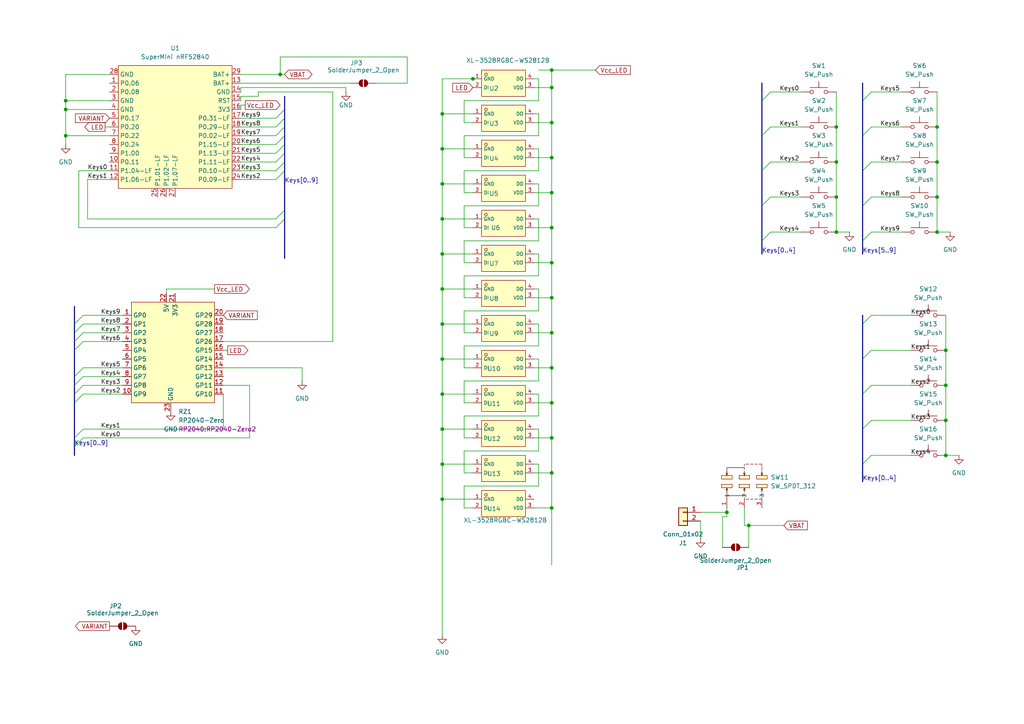
<source format=kicad_sch>
(kicad_sch (version 20231120) (generator "eeschema") (generator_version "8.0")
  (paper "A4")
  (title_block (title "Mutenix Macroboard") (date "2025-01-27") (rev "V1.0") (comment 1 "SPDX-License-Info: CERN-OHL-S-2.0 license") (comment 2 "Author: Matthias Bilger <matthias@bilger.info>"))
  (lib_symbols
    (symbol "Connector_Generic:Conn_01x02" (pin_names (offset 1.016) hide)
      (property "Reference" "J" (at 0 2.54 0))
      (property "Value" "Conn_01x02" (at 0 -5.08 0))
      (symbol "Conn_01x02_1_1"
        (rectangle (start -1.27 -2.413) (end 0 -2.667) (stroke (width 0.1524)))
        (rectangle (start -1.27 0.127) (end 0 -0.127) (stroke (width 0.1524)))
        (rectangle (start -1.27 1.27) (end 1.27 -3.81) (stroke (width 0.254)) (fill (type background)))
        (pin passive line (at -5.08 0 0) (length 3.81) (name "Pin_1") (number "1"))
        (pin passive line (at -5.08 -2.54 0) (length 3.81) (name "Pin_2") (number "2"))
      )
    )
    (symbol "Jumper:SolderJumper_2_Open" (pin_numbers hide) (pin_names (offset 0) hide) (exclude_from_sim yes) (in_bom no)
      (property "Reference" "JP" (at 0 2.032 0))
      (property "Value" "SolderJumper_2_Open" (at 0 -2.54 0))
      (symbol "SolderJumper_2_Open_0_1"
        (arc (start -0.254 1.016) (mid -1.2656 0) (end -0.254 -1.016))
        (arc (start -0.254 1.016) (mid -1.2656 0) (end -0.254 -1.016) (fill (type outline)))
        (polyline (pts (xy -0.254 1.016) (xy -0.254 -1.016)))
        (polyline (pts (xy 0.254 1.016) (xy 0.254 -1.016)))
        (arc (start 0.254 -1.016) (mid 1.2656 0) (end 0.254 1.016))
        (arc (start 0.254 -1.016) (mid 1.2656 0) (end 0.254 1.016) (fill (type outline)))
      )
      (symbol "SolderJumper_2_Open_1_1"
        (pin passive line (at -3.81 0 0) (length 2.54) (name "A") (number "1"))
        (pin passive line (at 3.81 0 180) (length 2.54) (name "B") (number "2"))
      )
    )
    (symbol "RPI2040:RP2040-Zero"
      (property "Reference" "RZ" (at 0 0 0))
      (property "Value" "RP2040-Zero" (at 0 -2.54 0))
      (property "Footprint" "RP2040-Zero:RP2040-Zero" (at 0 0 0))
      (symbol "RP2040-Zero_0_1"
        (rectangle (start -11.43 -15.24) (end 12.7 13.97) (fill (type background)))
      )
      (symbol "RP2040-Zero_1_1"
        (pin bidirectional line (at -13.97 10.16 0) (length 2.54) (name "GP0") (number "1"))
        (pin bidirectional line (at -13.97 -12.7 0) (length 2.54) (name "GP9") (number "10"))
        (pin bidirectional line (at 15.24 -12.7 180) (length 2.54) (name "GP10") (number "11"))
        (pin bidirectional line (at 15.24 -10.16 180) (length 2.54) (name "GP11") (number "12"))
        (pin bidirectional line (at 15.24 -7.62 180) (length 2.54) (name "GP12") (number "13"))
        (pin bidirectional line (at 15.24 -5.08 180) (length 2.54) (name "GP13") (number "14"))
        (pin bidirectional line (at 15.24 -2.54 180) (length 2.54) (name "GP14") (number "15"))
        (pin bidirectional line (at 15.24 0 180) (length 2.54) (name "GP15") (number "16"))
        (pin bidirectional line (at 15.24 2.54 180) (length 2.54) (name "GP26") (number "17"))
        (pin bidirectional line (at 15.24 5.08 180) (length 2.54) (name "GP27") (number "18"))
        (pin bidirectional line (at 15.24 7.62 180) (length 2.54) (name "GP28") (number "19"))
        (pin bidirectional line (at -13.97 7.62 0) (length 2.54) (name "GP1") (number "2"))
        (pin bidirectional line (at 15.24 10.16 180) (length 2.54) (name "GP29") (number "20"))
        (pin power_in line (at 1.27 16.51 270) (length 2.54) (name "3V3") (number "21"))
        (pin power_in line (at -1.27 16.51 270) (length 2.54) (name "5V") (number "22"))
        (pin power_in line (at 0 -17.78 90) (length 2.54) (name "GND") (number "23"))
        (pin bidirectional line (at -13.97 5.08 0) (length 2.54) (name "GP2") (number "3"))
        (pin bidirectional line (at -13.97 2.54 0) (length 2.54) (name "GP3") (number "4"))
        (pin bidirectional line (at -13.97 0 0) (length 2.54) (name "GP4") (number "5"))
        (pin bidirectional line (at -13.97 -2.54 0) (length 2.54) (name "GP5") (number "6"))
        (pin bidirectional line (at -13.97 -5.08 0) (length 2.54) (name "GP6") (number "7"))
        (pin bidirectional line (at -13.97 -7.62 0) (length 2.54) (name "GP7") (number "8"))
        (pin bidirectional line (at -13.97 -10.16 0) (length 2.54) (name "GP8") (number "9"))
      )
    )
    (symbol "Switch:SW_Push" (pin_numbers hide) (pin_names (offset 1.016) hide)
      (property "Reference" "SW" (at 1.27 2.54 0))
      (property "Value" "SW_Push" (at 0 -1.524 0))
      (symbol "SW_Push_0_1"
        (circle (center -2.032 0) (radius 0.508))
        (polyline (pts (xy 0 1.27) (xy 0 3.048)))
        (polyline (pts (xy 2.54 1.27) (xy -2.54 1.27)))
        (circle (center 2.032 0) (radius 0.508))
        (pin passive line (at -5.08 0 0) (length 2.54) (name "1") (number "1"))
        (pin passive line (at 5.08 0 180) (length 2.54) (name "2") (number "2"))
      )
    )
    (symbol "WMV2:K3-1280S-F2"
      (property "Reference" "U" (at 0 1.27 0))
      (property "Value" "K3-1280S-F2" (at 0 -2.54 0))
      (symbol "K3-1280S-F2_0_1"
        (rectangle (start -6.604 -0.762) (end -3.556 -1.778) (fill (type background)))
        (rectangle (start -6.604 1.778) (end -3.556 0.762) (fill (type background)))
        (rectangle (start -1.524 -0.762) (end 1.524 -1.778) (fill (type background)))
        (rectangle (start -1.524 1.778) (end 1.524 0.762) (fill (type background)))
        (polyline (pts (xy -5.08 -4.064) (xy -5.08 -5.08)))
        (polyline (pts (xy -5.08 -1.778) (xy -4.826 -2.54)))
        (polyline (pts (xy -5.08 1.778) (xy -4.826 2.54)))
        (polyline (pts (xy 0 -4.572) (xy 0 -5.08)))
        (polyline (pts (xy 0 -3.556) (xy 0 -4.064)))
        (polyline (pts (xy 0 -1.778) (xy 0.254 -2.54)))
        (polyline (pts (xy 0 1.778) (xy 0.254 2.54)))
        (polyline (pts (xy 0 3.556) (xy 0 4.064)))
        (polyline (pts (xy 0 4.572) (xy 0 5.08)))
        (polyline (pts (xy 0.508 -5.08) (xy 1.27 -5.08)))
        (polyline (pts (xy 0.508 5.08) (xy 1.27 5.08)))
        (polyline (pts (xy 1.778 -5.08) (xy 2.54 -5.08)))
        (polyline (pts (xy 1.778 5.08) (xy 2.54 5.08)))
        (polyline (pts (xy 3.048 -5.08) (xy 3.81 -5.08)))
        (polyline (pts (xy 3.048 5.08) (xy 3.81 5.08)))
        (polyline (pts (xy 4.318 -5.08) (xy 5.08 -5.08)))
        (polyline (pts (xy 4.318 5.08) (xy 5.08 5.08)))
        (polyline (pts (xy 5.08 -4.826) (xy 5.08 -4.318)))
        (polyline (pts (xy 5.08 -4.064) (xy 5.08 -3.302)))
        (polyline (pts (xy 5.08 -1.778) (xy 5.334 -2.54)))
        (polyline (pts (xy 5.08 1.778) (xy 5.334 2.54)))
        (polyline (pts (xy 5.08 4.064) (xy 5.08 3.302)))
        (polyline (pts (xy 5.08 4.826) (xy 5.08 4.318)))
        (polyline (pts (xy -5.08 -3.048) (xy -5.08 -4.064) (xy 0 -4.064)))
        (polyline (pts (xy -5.08 -3.048) (xy -5.08 -1.778) (xy -5.334 -2.54)))
        (polyline (pts (xy -5.08 3.048) (xy -5.08 1.778) (xy -5.334 2.54)))
        (polyline (pts (xy -5.08 3.048) (xy -5.08 4.064) (xy 0 4.064)))
        (polyline (pts (xy 0 -3.048) (xy 0 -1.778) (xy -0.254 -2.54)))
        (polyline (pts (xy 0 3.048) (xy 0 1.778) (xy -0.254 2.54)))
        (polyline (pts (xy 5.08 -3.048) (xy 5.08 -1.778) (xy 4.826 -2.54)))
        (polyline (pts (xy 5.08 3.048) (xy 5.08 1.778) (xy 4.826 2.54)))
        (rectangle (start 3.556 -0.762) (end 6.604 -1.778) (fill (type background)))
        (rectangle (start 3.556 1.778) (end 6.604 0.762) (fill (type background)))
        (pin unspecified line (at -5.08 -7.62 90) (length 2.54) (name "1") (number "1"))
        (pin unspecified line (at 0 -7.62 90) (length 2.54) (name "2") (number "2"))
        (pin unspecified line (at 5.08 -7.62 90) (length 2.54) (name "3") (number "3"))
      )
    )
    (symbol "WMV2:XL-3528RGBC-WS2812B"
      (property "Reference" "U" (at -4.064 -0.254 0))
      (property "Value" "XL-3528RGBC-WS2812B" (at -0.762 -3.556 0))
      (symbol "XL-3528RGBC-WS2812B_0_1"
        (rectangle (start -7.62 5.08) (end 5.08 -2.54) (fill (type background)))
        (circle (center -6.35 3.81) (radius 0.381) (fill (type background)))
        (pin unspecified line (at -10.16 2.54 0) (length 2.54) (name "GND") (number "1"))
        (pin unspecified line (at -10.16 0 0) (length 2.54) (name "DI") (number "2"))
        (pin unspecified line (at 7.62 0 180) (length 2.54) (name "VDD") (number "3"))
        (pin unspecified line (at 7.62 2.54 180) (length 2.54) (name "DO") (number "4"))
      )
    )
    (symbol "marbastlib-promicroish:SuperMini_nRF52840" (in_bom no)
      (property "Reference" "U" (at 0 22.86 0))
      (property "Value" "SuperMini nRF52840" (at 0 20.32 0))
      (symbol "SuperMini_nRF52840_0_0"
        (pin bidirectional line (at -19.05 13.97 0) (length 2.54) (name "P0.06") (number "1"))
        (pin bidirectional line (at -19.05 -8.89 0) (length 2.54) (name "P0.11") (number "10"))
        (pin bidirectional line (at -19.05 -11.43 0) (length 2.54) (name "P1.04-LF") (number "11"))
        (pin bidirectional line (at -19.05 -13.97 0) (length 2.54) (name "P1.06-LF") (number "12"))
        (pin power_out line (at 19.05 11.43 180) (length 2.54) (name "GND") (number "14"))
        (pin bidirectional line (at 19.05 8.89 180) (length 2.54) (name "RST") (number "15"))
        (pin bidirectional line (at 19.05 3.81 180) (length 2.54) (name "P0.31-LF") (number "17"))
        (pin bidirectional line (at 19.05 1.27 180) (length 2.54) (name "P0.29-LF") (number "18"))
        (pin bidirectional line (at 19.05 -1.27 180) (length 2.54) (name "P0.02-LF") (number "19"))
        (pin bidirectional line (at -19.05 11.43 0) (length 2.54) (name "P0.08") (number "2"))
        (pin bidirectional line (at 19.05 -3.81 180) (length 2.54) (name "P1.15-LF") (number "20"))
        (pin bidirectional line (at 19.05 -6.35 180) (length 2.54) (name "P1.13-LF") (number "21"))
        (pin bidirectional line (at 19.05 -8.89 180) (length 2.54) (name "P1.11-LF") (number "22"))
        (pin bidirectional line (at 19.05 -13.97 180) (length 2.54) (name "P0.09-LF") (number "24"))
        (pin power_out line (at -19.05 8.89 0) (length 2.54) (name "GND") (number "3"))
        (pin power_out line (at -19.05 6.35 0) (length 2.54) (name "GND") (number "4"))
        (pin bidirectional line (at -19.05 3.81 0) (length 2.54) (name "P0.17") (number "5"))
        (pin bidirectional line (at -19.05 1.27 0) (length 2.54) (name "P0.20") (number "6"))
        (pin bidirectional line (at -19.05 -1.27 0) (length 2.54) (name "P0.22") (number "7"))
        (pin bidirectional line (at -19.05 -3.81 0) (length 2.54) (name "P0.24") (number "8"))
        (pin bidirectional line (at -19.05 -6.35 0) (length 2.54) (name "P1.00") (number "9"))
      )
      (symbol "SuperMini_nRF52840_1_0"
        (pin power_out line (at 19.05 13.97 180) (length 2.54) (name "BAT+") (number "13"))
        (pin power_out line (at 19.05 6.35 180) (length 2.54) (name "3V3") (number "16"))
        (pin bidirectional line (at 19.05 -11.43 180) (length 2.54) (name "P0.10-LF") (number "23"))
        (pin bidirectional line (at -5.08 -19.05 90) (length 2.54) (name "P1.01-LF") (number "25"))
        (pin bidirectional line (at -2.54 -19.05 90) (length 2.54) (name "P1.02-LF") (number "26"))
        (pin bidirectional line (at 0 -19.05 90) (length 2.54) (name "P1.07-LF") (number "27"))
        (pin power_out line (at -19.05 16.51 0) (length 2.54) (name "GND") (number "28"))
        (pin power_out line (at 19.05 16.51 180) (length 2.54) (name "BAT+") (number "29"))
      )
      (symbol "SuperMini_nRF52840_1_1"
        (rectangle (start -16.51 19.05) (end 16.51 -16.51) (fill (type background)))
      )
    )
    (symbol "power:GND" (power) (pin_numbers hide) (pin_names (offset 0) hide)
      (property "Value" "GND" (at 0 -3.81 0))
      (symbol "GND_0_1"
        (polyline (pts (xy 0 0) (xy 0 -1.27) (xy 1.27 -1.27) (xy 0 -2.54) (xy -1.27 -1.27) (xy 0 -1.27)))
      )
      (symbol "GND_1_1"
        (pin power_in line (at 0 0 270) (length 0) (name "~") (number "1"))
      )
    )
  )
  (junction (at 160.02 116.84))
  (junction (at 128.27 63.5))
  (junction (at 242.57 36.83))
  (junction (at 128.27 33.02))
  (junction (at 137.16 22.86))
  (junction (at 160.02 127))
  (junction (at 242.57 67.31))
  (junction (at 160.02 20.32))
  (junction (at 128.27 53.34))
  (junction (at 274.32 121.92))
  (junction (at 160.02 96.52))
  (junction (at 128.27 93.98))
  (junction (at 160.02 147.32))
  (junction (at 274.32 101.6))
  (junction (at 19.05 31.75))
  (junction (at 160.02 76.2))
  (junction (at 81.28 21.59))
  (junction (at 160.02 137.16))
  (junction (at 160.02 55.88))
  (junction (at 271.78 36.83))
  (junction (at 128.27 124.46))
  (junction (at 160.02 66.04))
  (junction (at 242.57 46.99))
  (junction (at 128.27 104.14))
  (junction (at 160.02 25.4))
  (junction (at 271.78 46.99))
  (junction (at 271.78 57.15))
  (junction (at 128.27 43.18))
  (junction (at 128.27 114.3))
  (junction (at 128.27 83.82))
  (junction (at 160.02 45.72))
  (junction (at 19.05 29.21))
  (junction (at 160.02 106.68))
  (junction (at 160.02 35.56))
  (junction (at 274.32 132.08))
  (junction (at 210.82 148.59))
  (junction (at 242.57 57.15))
  (junction (at 274.32 111.76))
  (junction (at 271.78 67.31))
  (junction (at 128.27 134.62))
  (junction (at 128.27 73.66))
  (junction (at 128.27 144.78))
  (junction (at 160.02 86.36))
  (junction (at 217.17 152.4))
  (junction (at 19.05 39.37))
  (bus_entry (at 82.55 44.45) (size -2.54 2.54))
  (bus_entry (at 250.19 39.37) (size 2.54 -2.54))
  (bus_entry (at 250.19 29.21) (size 2.54 -2.54))
  (bus_entry (at 250.19 124.46) (size 2.54 -2.54))
  (bus_entry (at 250.19 93.98) (size 2.54 -2.54))
  (bus_entry (at 21.59 93.98) (size 2.54 -2.54))
  (bus_entry (at 82.55 41.91) (size -2.54 2.54))
  (bus_entry (at 21.59 96.52) (size 2.54 -2.54))
  (bus_entry (at 250.19 104.14) (size 2.54 -2.54))
  (bus_entry (at 82.55 46.99) (size -2.54 2.54))
  (bus_entry (at 250.19 59.69) (size 2.54 -2.54))
  (bus_entry (at 21.59 129.54) (size 2.54 -2.54))
  (bus_entry (at 250.19 69.85) (size 2.54 -2.54))
  (bus_entry (at 21.59 109.22) (size 2.54 -2.54))
  (bus_entry (at 220.98 69.85) (size 2.54 -2.54))
  (bus_entry (at 250.19 134.62) (size 2.54 -2.54))
  (bus_entry (at 82.55 63.5) (size -2.54 2.54))
  (bus_entry (at 21.59 116.84) (size 2.54 -2.54))
  (bus_entry (at 82.55 39.37) (size -2.54 2.54))
  (bus_entry (at 21.59 111.76) (size 2.54 -2.54))
  (bus_entry (at 220.98 59.69) (size 2.54 -2.54))
  (bus_entry (at 21.59 127) (size 2.54 -2.54))
  (bus_entry (at 220.98 29.21) (size 2.54 -2.54))
  (bus_entry (at 220.98 49.53) (size 2.54 -2.54))
  (bus_entry (at 21.59 101.6) (size 2.54 -2.54))
  (bus_entry (at 82.55 34.29) (size -2.54 2.54))
  (bus_entry (at 21.59 114.3) (size 2.54 -2.54))
  (bus_entry (at 82.55 49.53) (size -2.54 2.54))
  (bus_entry (at 250.19 49.53) (size 2.54 -2.54))
  (bus_entry (at 82.55 31.75) (size -2.54 2.54))
  (bus_entry (at 250.19 114.3) (size 2.54 -2.54))
  (bus_entry (at 82.55 60.96) (size -2.54 2.54))
  (bus_entry (at 220.98 39.37) (size 2.54 -2.54))
  (bus_entry (at 82.55 36.83) (size -2.54 2.54))
  (bus_entry (at 21.59 99.06) (size 2.54 -2.54))
  (wire (pts (xy 271.78 46.99) (xy 271.78 57.15)))
  (wire (pts (xy 69.85 25.4) (xy 100.33 25.4)))
  (wire (pts (xy 154.94 43.18) (xy 156.21 43.18)))
  (wire (pts (xy 160.02 137.16) (xy 160.02 147.32)))
  (wire (pts (xy 128.27 93.98) (xy 137.16 93.98)))
  (wire (pts (xy 160.02 55.88) (xy 160.02 66.04)))
  (wire (pts (xy 69.85 44.45) (xy 80.01 44.45)))
  (wire (pts (xy 160.02 35.56) (xy 154.94 35.56)))
  (bus (pts (xy 250.19 49.53) (xy 250.19 59.69)))
  (bus (pts (xy 82.55 49.53) (xy 82.55 60.96)))
  (bus (pts (xy 220.98 69.85) (xy 220.98 73.66)))
  (wire (pts (xy 156.21 63.5) (xy 156.21 69.85)))
  (wire (pts (xy 134.62 66.04) (xy 137.16 66.04)))
  (wire (pts (xy 156.21 73.66) (xy 156.21 80.01)))
  (wire (pts (xy 160.02 116.84) (xy 160.02 127)))
  (wire (pts (xy 80.01 34.29) (xy 69.85 34.29)))
  (wire (pts (xy 71.12 30.48) (xy 69.85 30.48)))
  (bus (pts (xy 220.98 49.53) (xy 220.98 59.69)))
  (wire (pts (xy 128.27 53.34) (xy 128.27 63.5)))
  (wire (pts (xy 156.21 110.49) (xy 134.62 110.49)))
  (bus (pts (xy 82.55 63.5) (xy 82.55 74.93)))
  (wire (pts (xy 48.26 83.82) (xy 62.23 83.82)))
  (wire (pts (xy 217.17 158.75) (xy 217.17 152.4)))
  (wire (pts (xy 252.73 111.76) (xy 264.16 111.76)))
  (bus (pts (xy 21.59 127) (xy 21.59 129.54)))
  (wire (pts (xy 252.73 26.67) (xy 261.62 26.67)))
  (wire (pts (xy 19.05 39.37) (xy 31.75 39.37)))
  (wire (pts (xy 154.94 106.68) (xy 160.02 106.68)))
  (bus (pts (xy 82.55 41.91) (xy 82.55 44.45)))
  (wire (pts (xy 156.21 20.32) (xy 160.02 20.32)))
  (wire (pts (xy 24.13 114.3) (xy 35.56 114.3)))
  (wire (pts (xy 128.27 83.82) (xy 128.27 93.98)))
  (wire (pts (xy 210.82 148.59) (xy 210.82 149.86)))
  (wire (pts (xy 215.9 147.32) (xy 215.9 152.4)))
  (wire (pts (xy 128.27 93.98) (xy 128.27 104.14)))
  (wire (pts (xy 154.94 83.82) (xy 156.21 83.82)))
  (wire (pts (xy 69.85 21.59) (xy 81.28 21.59)))
  (wire (pts (xy 274.32 132.08) (xy 278.13 132.08)))
  (wire (pts (xy 134.62 76.2) (xy 137.16 76.2)))
  (wire (pts (xy 210.82 147.32) (xy 210.82 148.59)))
  (wire (pts (xy 128.27 63.5) (xy 137.16 63.5)))
  (wire (pts (xy 203.2 148.59) (xy 210.82 148.59)))
  (wire (pts (xy 223.52 46.99) (xy 232.41 46.99)))
  (wire (pts (xy 128.27 124.46) (xy 137.16 124.46)))
  (wire (pts (xy 134.62 29.21) (xy 134.62 35.56)))
  (wire (pts (xy 160.02 127) (xy 160.02 137.16)))
  (wire (pts (xy 134.62 140.97) (xy 134.62 147.32)))
  (wire (pts (xy 154.94 93.98) (xy 156.21 93.98)))
  (wire (pts (xy 274.32 91.44) (xy 274.32 101.6)))
  (bus (pts (xy 82.55 31.75) (xy 82.55 34.29)))
  (wire (pts (xy 154.94 137.16) (xy 160.02 137.16)))
  (wire (pts (xy 134.62 137.16) (xy 137.16 137.16)))
  (wire (pts (xy 215.9 152.4) (xy 217.17 152.4)))
  (wire (pts (xy 156.21 93.98) (xy 156.21 100.33)))
  (wire (pts (xy 242.57 46.99) (xy 242.57 57.15)))
  (wire (pts (xy 74.93 27.94) (xy 74.93 26.67)))
  (wire (pts (xy 156.21 22.86) (xy 156.21 29.21)))
  (wire (pts (xy 31.75 31.75) (xy 19.05 31.75)))
  (wire (pts (xy 24.13 106.68) (xy 35.56 106.68)))
  (wire (pts (xy 69.85 36.83) (xy 80.01 36.83)))
  (wire (pts (xy 252.73 67.31) (xy 261.62 67.31)))
  (bus (pts (xy 82.55 44.45) (xy 82.55 46.99)))
  (wire (pts (xy 80.01 52.07) (xy 69.85 52.07)))
  (wire (pts (xy 128.27 124.46) (xy 128.27 134.62)))
  (bus (pts (xy 21.59 129.54) (xy 21.59 132.08)))
  (wire (pts (xy 25.4 52.07) (xy 31.75 52.07)))
  (wire (pts (xy 154.94 33.02) (xy 156.21 33.02)))
  (wire (pts (xy 252.73 132.08) (xy 264.16 132.08)))
  (wire (pts (xy 156.21 59.69) (xy 134.62 59.69)))
  (wire (pts (xy 24.13 111.76) (xy 35.56 111.76)))
  (bus (pts (xy 220.98 59.69) (xy 220.98 69.85)))
  (wire (pts (xy 81.28 21.59) (xy 82.55 21.59)))
  (bus (pts (xy 250.19 124.46) (xy 250.19 134.62)))
  (bus (pts (xy 21.59 93.98) (xy 21.59 96.52)))
  (wire (pts (xy 69.85 39.37) (xy 80.01 39.37)))
  (wire (pts (xy 72.39 111.76) (xy 64.77 111.76)))
  (wire (pts (xy 31.75 21.59) (xy 19.05 21.59)))
  (wire (pts (xy 96.52 26.67) (xy 96.52 99.06)))
  (bus (pts (xy 220.98 39.37) (xy 220.98 49.53)))
  (wire (pts (xy 128.27 22.86) (xy 128.27 33.02)))
  (wire (pts (xy 118.11 16.51) (xy 81.28 16.51)))
  (wire (pts (xy 271.78 57.15) (xy 271.78 67.31)))
  (bus (pts (xy 82.55 27.94) (xy 82.55 31.75)))
  (wire (pts (xy 134.62 147.32) (xy 137.16 147.32)))
  (wire (pts (xy 128.27 63.5) (xy 128.27 73.66)))
  (wire (pts (xy 223.52 26.67) (xy 232.41 26.67)))
  (wire (pts (xy 160.02 25.4) (xy 160.02 35.56)))
  (wire (pts (xy 156.21 134.62) (xy 156.21 140.97)))
  (wire (pts (xy 252.73 57.15) (xy 261.62 57.15)))
  (wire (pts (xy 30.48 36.83) (xy 31.75 36.83)))
  (wire (pts (xy 156.21 43.18) (xy 156.21 49.53)))
  (wire (pts (xy 48.26 83.82) (xy 48.26 85.09)))
  (wire (pts (xy 154.94 114.3) (xy 156.21 114.3)))
  (wire (pts (xy 160.02 20.32) (xy 172.72 20.32)))
  (wire (pts (xy 134.62 69.85) (xy 134.62 76.2)))
  (wire (pts (xy 156.21 100.33) (xy 134.62 100.33)))
  (wire (pts (xy 271.78 36.83) (xy 271.78 46.99)))
  (wire (pts (xy 271.78 26.67) (xy 271.78 36.83)))
  (wire (pts (xy 134.62 100.33) (xy 134.62 106.68)))
  (wire (pts (xy 25.4 52.07) (xy 25.4 63.5)))
  (wire (pts (xy 128.27 73.66) (xy 137.16 73.66)))
  (wire (pts (xy 72.39 127) (xy 72.39 111.76)))
  (wire (pts (xy 24.13 109.22) (xy 35.56 109.22)))
  (wire (pts (xy 271.78 67.31) (xy 275.59 67.31)))
  (wire (pts (xy 134.62 59.69) (xy 134.62 66.04)))
  (wire (pts (xy 252.73 121.92) (xy 264.16 121.92)))
  (wire (pts (xy 156.21 124.46) (xy 156.21 130.81)))
  (wire (pts (xy 24.13 99.06) (xy 35.56 99.06)))
  (wire (pts (xy 100.33 25.4) (xy 100.33 26.67)))
  (wire (pts (xy 128.27 43.18) (xy 128.27 53.34)))
  (bus (pts (xy 21.59 111.76) (xy 21.59 114.3)))
  (wire (pts (xy 24.13 91.44) (xy 35.56 91.44)))
  (wire (pts (xy 154.94 76.2) (xy 160.02 76.2)))
  (wire (pts (xy 209.55 149.86) (xy 210.82 149.86)))
  (wire (pts (xy 156.21 53.34) (xy 156.21 59.69)))
  (wire (pts (xy 25.4 63.5) (xy 80.01 63.5)))
  (wire (pts (xy 74.93 26.67) (xy 96.52 26.67)))
  (wire (pts (xy 154.94 116.84) (xy 160.02 116.84)))
  (wire (pts (xy 134.62 90.17) (xy 134.62 96.52)))
  (wire (pts (xy 128.27 33.02) (xy 137.16 33.02)))
  (wire (pts (xy 134.62 45.72) (xy 137.16 45.72)))
  (wire (pts (xy 69.85 24.13) (xy 101.6 24.13)))
  (bus (pts (xy 21.59 96.52) (xy 21.59 99.06)))
  (wire (pts (xy 154.94 124.46) (xy 156.21 124.46)))
  (wire (pts (xy 160.02 66.04) (xy 160.02 76.2)))
  (wire (pts (xy 252.73 101.6) (xy 264.16 101.6)))
  (bus (pts (xy 220.98 29.21) (xy 220.98 39.37)))
  (wire (pts (xy 134.62 130.81) (xy 134.62 137.16)))
  (bus (pts (xy 82.55 46.99) (xy 82.55 49.53)))
  (wire (pts (xy 19.05 31.75) (xy 19.05 29.21)))
  (wire (pts (xy 242.57 57.15) (xy 242.57 67.31)))
  (wire (pts (xy 154.94 96.52) (xy 160.02 96.52)))
  (wire (pts (xy 80.01 46.99) (xy 69.85 46.99)))
  (wire (pts (xy 156.21 49.53) (xy 134.62 49.53)))
  (wire (pts (xy 134.62 106.68) (xy 137.16 106.68)))
  (bus (pts (xy 21.59 99.06) (xy 21.59 101.6)))
  (wire (pts (xy 134.62 120.65) (xy 134.62 127)))
  (wire (pts (xy 24.13 127) (xy 72.39 127)))
  (wire (pts (xy 274.32 111.76) (xy 274.32 121.92)))
  (wire (pts (xy 137.16 22.86) (xy 138.43 22.86)))
  (wire (pts (xy 134.62 86.36) (xy 137.16 86.36)))
  (wire (pts (xy 118.11 24.13) (xy 118.11 16.51)))
  (wire (pts (xy 156.21 114.3) (xy 156.21 120.65)))
  (wire (pts (xy 134.62 39.37) (xy 134.62 45.72)))
  (bus (pts (xy 250.19 39.37) (xy 250.19 49.53)))
  (wire (pts (xy 154.94 53.34) (xy 156.21 53.34)))
  (wire (pts (xy 69.85 41.91) (xy 80.01 41.91)))
  (wire (pts (xy 128.27 104.14) (xy 137.16 104.14)))
  (wire (pts (xy 223.52 67.31) (xy 232.41 67.31)))
  (wire (pts (xy 156.21 80.01) (xy 134.62 80.01)))
  (wire (pts (xy 209.55 158.75) (xy 209.55 149.86)))
  (bus (pts (xy 21.59 88.9) (xy 21.59 93.98)))
  (wire (pts (xy 156.21 104.14) (xy 156.21 110.49)))
  (wire (pts (xy 81.28 16.51) (xy 81.28 21.59)))
  (wire (pts (xy 118.11 24.13) (xy 109.22 24.13)))
  (wire (pts (xy 22.86 66.04) (xy 22.86 49.53)))
  (wire (pts (xy 156.21 140.97) (xy 134.62 140.97)))
  (bus (pts (xy 21.59 101.6) (xy 21.59 109.22)))
  (bus (pts (xy 250.19 29.21) (xy 250.19 39.37)))
  (wire (pts (xy 154.94 73.66) (xy 156.21 73.66)))
  (wire (pts (xy 156.21 33.02) (xy 156.21 39.37)))
  (wire (pts (xy 128.27 53.34) (xy 137.16 53.34)))
  (wire (pts (xy 69.85 27.94) (xy 74.93 27.94)))
  (wire (pts (xy 252.73 36.83) (xy 261.62 36.83)))
  (bus (pts (xy 250.19 69.85) (xy 250.19 73.66)))
  (wire (pts (xy 154.94 45.72) (xy 160.02 45.72)))
  (wire (pts (xy 128.27 22.86) (xy 137.16 22.86)))
  (wire (pts (xy 134.62 96.52) (xy 137.16 96.52)))
  (bus (pts (xy 250.19 104.14) (xy 250.19 114.3)))
  (wire (pts (xy 156.21 29.21) (xy 134.62 29.21)))
  (wire (pts (xy 160.02 20.32) (xy 160.02 25.4)))
  (wire (pts (xy 128.27 43.18) (xy 137.16 43.18)))
  (wire (pts (xy 160.02 96.52) (xy 160.02 106.68)))
  (wire (pts (xy 134.62 55.88) (xy 137.16 55.88)))
  (bus (pts (xy 82.55 39.37) (xy 82.55 41.91)))
  (wire (pts (xy 128.27 134.62) (xy 128.27 144.78)))
  (bus (pts (xy 21.59 116.84) (xy 21.59 127)))
  (wire (pts (xy 154.94 22.86) (xy 156.21 22.86)))
  (wire (pts (xy 134.62 116.84) (xy 137.16 116.84)))
  (bus (pts (xy 82.55 34.29) (xy 82.55 36.83)))
  (wire (pts (xy 223.52 36.83) (xy 232.41 36.83)))
  (bus (pts (xy 250.19 134.62) (xy 250.19 139.7)))
  (wire (pts (xy 160.02 35.56) (xy 160.02 45.72)))
  (bus (pts (xy 21.59 114.3) (xy 21.59 116.84)))
  (wire (pts (xy 154.94 63.5) (xy 156.21 63.5)))
  (wire (pts (xy 128.27 144.78) (xy 137.16 144.78)))
  (wire (pts (xy 134.62 127) (xy 137.16 127)))
  (wire (pts (xy 64.77 101.6) (xy 66.04 101.6)))
  (wire (pts (xy 128.27 144.78) (xy 128.27 184.15)))
  (wire (pts (xy 87.63 106.68) (xy 87.63 110.49)))
  (wire (pts (xy 274.32 101.6) (xy 274.32 111.76)))
  (wire (pts (xy 134.62 80.01) (xy 134.62 86.36)))
  (wire (pts (xy 69.85 49.53) (xy 80.01 49.53)))
  (wire (pts (xy 64.77 99.06) (xy 96.52 99.06)))
  (wire (pts (xy 156.21 120.65) (xy 134.62 120.65)))
  (wire (pts (xy 156.21 69.85) (xy 134.62 69.85)))
  (wire (pts (xy 223.52 57.15) (xy 232.41 57.15)))
  (wire (pts (xy 69.85 29.21) (xy 69.85 27.94)))
  (wire (pts (xy 154.94 104.14) (xy 156.21 104.14)))
  (wire (pts (xy 154.94 55.88) (xy 160.02 55.88)))
  (wire (pts (xy 160.02 86.36) (xy 160.02 96.52)))
  (wire (pts (xy 160.02 106.68) (xy 160.02 116.84)))
  (wire (pts (xy 128.27 114.3) (xy 137.16 114.3)))
  (bus (pts (xy 250.19 59.69) (xy 250.19 69.85)))
  (wire (pts (xy 128.27 83.82) (xy 137.16 83.82)))
  (wire (pts (xy 64.77 114.3) (xy 64.77 124.46)))
  (wire (pts (xy 24.13 124.46) (xy 64.77 124.46)))
  (wire (pts (xy 242.57 36.83) (xy 242.57 46.99)))
  (wire (pts (xy 274.32 121.92) (xy 274.32 132.08)))
  (wire (pts (xy 154.94 86.36) (xy 160.02 86.36)))
  (bus (pts (xy 21.59 109.22) (xy 21.59 111.76)))
  (bus (pts (xy 250.19 91.44) (xy 250.19 93.98)))
  (wire (pts (xy 19.05 39.37) (xy 19.05 31.75)))
  (wire (pts (xy 160.02 147.32) (xy 160.02 163.83)))
  (wire (pts (xy 242.57 67.31) (xy 246.38 67.31)))
  (wire (pts (xy 24.13 93.98) (xy 35.56 93.98)))
  (wire (pts (xy 154.94 127) (xy 160.02 127)))
  (wire (pts (xy 252.73 46.99) (xy 261.62 46.99)))
  (wire (pts (xy 24.13 96.52) (xy 35.56 96.52)))
  (wire (pts (xy 156.21 90.17) (xy 134.62 90.17)))
  (wire (pts (xy 203.2 151.13) (xy 203.2 156.21)))
  (wire (pts (xy 19.05 29.21) (xy 31.75 29.21)))
  (wire (pts (xy 128.27 104.14) (xy 128.27 114.3)))
  (bus (pts (xy 82.55 36.83) (xy 82.55 39.37)))
  (wire (pts (xy 134.62 110.49) (xy 134.62 116.84)))
  (bus (pts (xy 250.19 93.98) (xy 250.19 104.14)))
  (wire (pts (xy 217.17 152.4) (xy 227.33 152.4)))
  (bus (pts (xy 250.19 114.3) (xy 250.19 124.46)))
  (wire (pts (xy 252.73 91.44) (xy 264.16 91.44)))
  (wire (pts (xy 19.05 21.59) (xy 19.05 29.21)))
  (wire (pts (xy 128.27 114.3) (xy 128.27 124.46)))
  (wire (pts (xy 242.57 26.67) (xy 242.57 36.83)))
  (wire (pts (xy 64.77 106.68) (xy 87.63 106.68)))
  (wire (pts (xy 69.85 30.48) (xy 69.85 31.75)))
  (wire (pts (xy 134.62 49.53) (xy 134.62 55.88)))
  (wire (pts (xy 154.94 66.04) (xy 160.02 66.04)))
  (wire (pts (xy 156.21 130.81) (xy 134.62 130.81)))
  (wire (pts (xy 160.02 76.2) (xy 160.02 86.36)))
  (wire (pts (xy 134.62 35.56) (xy 137.16 35.56)))
  (wire (pts (xy 69.85 25.4) (xy 69.85 26.67)))
  (wire (pts (xy 160.02 45.72) (xy 160.02 55.88)))
  (bus (pts (xy 82.55 60.96) (xy 82.55 63.5)))
  (wire (pts (xy 154.94 147.32) (xy 160.02 147.32)))
  (wire (pts (xy 19.05 41.91) (xy 19.05 39.37)))
  (wire (pts (xy 80.01 66.04) (xy 22.86 66.04)))
  (wire (pts (xy 128.27 134.62) (xy 137.16 134.62)))
  (wire (pts (xy 154.94 25.4) (xy 160.02 25.4)))
  (wire (pts (xy 156.21 83.82) (xy 156.21 90.17)))
  (wire (pts (xy 22.86 49.53) (xy 31.75 49.53)))
  (bus (pts (xy 220.98 24.13) (xy 220.98 29.21)))
  (bus (pts (xy 250.19 24.13) (xy 250.19 29.21)))
  (wire (pts (xy 128.27 33.02) (xy 128.27 43.18)))
  (wire (pts (xy 128.27 73.66) (xy 128.27 83.82)))
  (wire (pts (xy 154.94 134.62) (xy 156.21 134.62)))
  (wire (pts (xy 156.21 39.37) (xy 134.62 39.37)))
  (label "Keys[0..4]" (at 250.19 139.7 0))
  (label "Keys2" (at 226.06 46.99 0))
  (label "Keys3" (at 69.85 49.53 0))
  (label "Keys1" (at 29.21 124.46 0))
  (label "Keys1" (at 264.16 101.6 0))
  (label "Keys5" (at 29.21 106.68 0))
  (label "Keys9" (at 255.27 67.31 0))
  (label "Keys7" (at 29.21 96.52 0))
  (label "Keys[5..9]" (at 250.19 73.66 0))
  (label "Keys1" (at 25.4 52.07 0))
  (label "Keys0" (at 25.4 49.53 0))
  (label "Keys4" (at 226.06 67.31 0))
  (label "Keys3" (at 29.21 111.76 0))
  (label "Keys9" (at 29.21 91.44 0))
  (label "Keys3" (at 264.16 121.92 0))
  (label "Keys5" (at 255.27 26.67 0))
  (label "Keys2" (at 264.16 111.76 0))
  (label "Keys4" (at 29.21 109.22 0))
  (label "Keys[0..4]" (at 220.98 73.66 0))
  (label "Keys0" (at 264.16 91.44 0))
  (label "Keys5" (at 69.85 44.45 0))
  (label "Keys6" (at 29.21 99.06 0))
  (label "Keys9" (at 69.85 34.29 0))
  (label "Keys4" (at 264.16 132.08 0))
  (label "Keys7" (at 255.27 46.99 0))
  (label "Keys2" (at 69.85 52.07 0))
  (label "Keys8" (at 69.85 36.83 0))
  (label "Keys7" (at 69.85 39.37 0))
  (label "Keys[0..9]" (at 82.55 53.34 0))
  (label "Keys2" (at 29.21 114.3 0))
  (label "Keys4" (at 69.85 46.99 0))
  (label "Keys3" (at 226.06 57.15 0))
  (label "Keys0" (at 226.06 26.67 0))
  (label "Keys8" (at 255.27 57.15 0))
  (label "Keys[0..9]" (at 21.59 129.54 0))
  (label "Keys0" (at 29.21 127 0))
  (label "Keys6" (at 69.85 41.91 0))
  (label "Keys6" (at 255.27 36.83 0))
  (label "Keys8" (at 29.21 93.98 0))
  (label "Keys1" (at 226.06 36.83 0))
  (global_label "VBAT" (shape input) (at 227.33 152.4 0) (property "Intersheetrefs" "${INTERSHEET_REFS}" (effects (hide yes))))
  (global_label "VARIANT" (shape output) (at 31.75 181.61 180) (property "Intersheetrefs" "${INTERSHEET_REFS}" (effects (hide yes))))
  (global_label "LED" (shape output) (at 30.48 36.83 180) (property "Intersheetrefs" "${INTERSHEET_REFS}" (effects (hide yes))))
  (global_label "VARIANT" (shape input) (at 31.75 34.29 180) (property "Intersheetrefs" "${INTERSHEET_REFS}" (effects (hide yes))))
  (global_label "LED" (shape output) (at 66.04 101.6 0) (property "Intersheetrefs" "${INTERSHEET_REFS}" (effects (hide yes))))
  (global_label "VARIANT" (shape input) (at 64.77 91.44 0) (property "Intersheetrefs" "${INTERSHEET_REFS}" (effects (hide yes))))
  (global_label "Vcc_LED" (shape input) (at 172.72 20.32 0) (property "Intersheetrefs" "${INTERSHEET_REFS}" (effects (hide yes))))
  (global_label "LED" (shape input) (at 137.16 25.4 180) (property "Intersheetrefs" "${INTERSHEET_REFS}" (effects (hide yes))))
  (global_label "Vcc_LED" (shape output) (at 71.12 30.48 0) (property "Intersheetrefs" "${INTERSHEET_REFS}" (effects (hide yes))))
  (global_label "Vcc_LED" (shape output) (at 62.23 83.82 0) (property "Intersheetrefs" "${INTERSHEET_REFS}" (effects (hide yes))))
  (global_label "VBAT" (shape bidirectional) (at 82.55 21.59 0) (property "Intersheetrefs" "${INTERSHEET_REFS}" (effects (hide yes))))
  (symbol (lib_id "WMV2:XL-3528RGBC-WS2812B") (at 147.32 35.56 0) (unit 1)
    (property "Reference" "U3" (at 143.256 35.814 0))
    (property "Value" "XL-3528RGBC-WS2812B" (effects (hide yes)))
    (property "Footprint" "WMV2:LED-SMD_4P-L3.5-W2.8-BR-1" (effects (hide yes)))
    (property "Datasheet" "https://atta.szlcsc.com/upload/public/pdf/source/20210825/0EB73142A9C2943297F2E366BC7F875F.pdf" (effects (hide yes)))
    (property "LCSC" "C5440693" (effects (hide yes)))
  )
  (symbol (lib_id "power:GND") (at 19.05 41.91 0) (unit 1)
    (property "Reference" "#PWR07" (effects (hide yes)))
    (property "Value" "GND" (at 19.05 46.99 0))
    (property "Description" "Power symbol creates a global label with name \"GND\" , ground" (effects (hide yes)))
  )
  (symbol (lib_id "power:GND") (at 275.59 67.31 0) (unit 1)
    (property "Reference" "#PWR01" (effects (hide yes)))
    (property "Value" "GND" (at 275.59 72.39 0))
    (property "Description" "Power symbol creates a global label with name \"GND\" , ground" (effects (hide yes)))
  )
  (symbol (lib_id "WMV2:XL-3528RGBC-WS2812B") (at 147.32 76.2 0) (unit 1)
    (property "Reference" "U7" (at 143.256 76.454 0))
    (property "Value" "XL-3528RGBC-WS2812B" (effects (hide yes)))
    (property "Footprint" "WMV2:LED-SMD_4P-L3.5-W2.8-BR-1" (effects (hide yes)))
    (property "Datasheet" "https://atta.szlcsc.com/upload/public/pdf/source/20210825/0EB73142A9C2943297F2E366BC7F875F.pdf" (effects (hide yes)))
    (property "LCSC" "C5440693" (effects (hide yes)))
  )
  (symbol (lib_id "WMV2:K3-1280S-F2") (at 215.9 139.7 0) (unit 1)
    (property "Reference" "SW11" (at 223.52 138.4299 0) (effects (justify left)))
    (property "Value" "SW_SPDT_312" (at 223.52 140.9699 0) (effects (justify left)))
    (property "Footprint" "WMV2:SW-SMD_K3-1280S-K1" (effects (hide yes)))
    (property "Datasheet" "https://item.szlcsc.com/140239.html" (effects (hide yes)))
    (property "Description" "Switch, single pole double throw" (effects (hide yes)))
    (property "LCSC" "C92658" (effects (hide yes)))
  )
  (symbol (lib_id "WMV2:XL-3528RGBC-WS2812B") (at 147.32 116.84 0) (unit 1)
    (property "Reference" "U11" (at 143.256 117.094 0))
    (property "Value" "XL-3528RGBC-WS2812B" (effects (hide yes)))
    (property "Footprint" "WMV2:LED-SMD_4P-L3.5-W2.8-BR-1" (effects (hide yes)))
    (property "Datasheet" "https://atta.szlcsc.com/upload/public/pdf/source/20210825/0EB73142A9C2943297F2E366BC7F875F.pdf" (effects (hide yes)))
    (property "LCSC" "C5440693" (effects (hide yes)))
  )
  (symbol (lib_id "marbastlib-promicroish:SuperMini_nRF52840") (at 50.8 38.1 0) (unit 1) (in_bom no)
    (property "Reference" "U1" (at 50.8 13.97 0))
    (property "Value" "SuperMini nRF52840" (at 50.8 16.51 0))
    (property "Footprint" "supermini-nrf52840-kicad:SuperMini NRF52840" (effects (hide yes)))
    (property "Datasheet" "https://wiki.icbbuy.com/doku.php?id=developmentboard:nrf52840" (effects (hide yes)))
    (property "Description" "Symbol for an nicekeyboards nice!nano" (effects (hide yes)))
  )
  (symbol (lib_id "power:GND") (at 39.37 181.61 0) (unit 1)
    (property "Reference" "#PWR03" (effects (hide yes)))
    (property "Value" "GND" (at 39.37 186.69 0))
    (property "Description" "Power symbol creates a global label with name \"GND\" , ground" (effects (hide yes)))
  )
  (symbol (lib_id "Switch:SW_Push") (at 237.49 67.31 0) (unit 1)
    (property "Reference" "SW5" (at 237.49 59.69 0))
    (property "Value" "SW_Push" (at 237.49 62.23 0))
    (property "Footprint" "Button_Switch_THT:SW_SPST_Omron_B3F-50xx" (effects (hide yes)))
    (property "Description" "Push button switch, generic, two pins" (effects (hide yes)))
  )
  (symbol (lib_id "WMV2:XL-3528RGBC-WS2812B") (at 147.32 127 0) (unit 1)
    (property "Reference" "U12" (at 143.256 127.254 0))
    (property "Value" "XL-3528RGBC-WS2812B" (effects (hide yes)))
    (property "Footprint" "WMV2:LED-SMD_4P-L3.5-W2.8-BR-1" (effects (hide yes)))
    (property "Datasheet" "https://atta.szlcsc.com/upload/public/pdf/source/20210825/0EB73142A9C2943297F2E366BC7F875F.pdf" (effects (hide yes)))
    (property "LCSC" "C5440693" (effects (hide yes)))
  )
  (symbol (lib_id "WMV2:XL-3528RGBC-WS2812B") (at 147.32 86.36 0) (unit 1)
    (property "Reference" "U8" (at 143.256 86.614 0))
    (property "Value" "XL-3528RGBC-WS2812B" (effects (hide yes)))
    (property "Footprint" "WMV2:LED-SMD_4P-L3.5-W2.8-BR-1" (effects (hide yes)))
    (property "Datasheet" "https://atta.szlcsc.com/upload/public/pdf/source/20210825/0EB73142A9C2943297F2E366BC7F875F.pdf" (effects (hide yes)))
    (property "LCSC" "C5440693" (effects (hide yes)))
  )
  (symbol (lib_id "power:GND") (at 100.33 26.67 0) (unit 1)
    (property "Reference" "#PWR06" (effects (hide yes)))
    (property "Value" "GND" (at 100.33 30.48 0))
    (property "Description" "Power symbol creates a global label with name \"GND\" , ground" (effects (hide yes)))
  )
  (symbol (lib_id "Jumper:SolderJumper_2_Open") (at 35.56 181.61 0) (unit 1) (exclude_from_sim yes) (in_bom no)
    (property "Reference" "JP2" (at 33.528 175.768 0))
    (property "Value" "SolderJumper_2_Open" (at 35.56 177.8 0))
    (property "Footprint" "Jumper:SolderJumper-2_P1.3mm_Open_RoundedPad1.0x1.5mm" (effects (hide yes)))
    (property "Description" "Solder Jumper, 2-pole, open" (effects (hide yes)))
  )
  (symbol (lib_id "Switch:SW_Push") (at 269.24 101.6 0) (unit 1)
    (property "Reference" "SW13" (at 269.24 93.98 0))
    (property "Value" "SW_Push" (at 269.24 96.52 0))
    (property "Footprint" "Button_Switch_THT:SW_SPST_Omron_B3F-50xx" (effects (hide yes)))
    (property "Description" "Push button switch, generic, two pins" (effects (hide yes)))
  )
  (symbol (lib_id "WMV2:XL-3528RGBC-WS2812B") (at 147.32 55.88 0) (unit 1)
    (property "Reference" "U5" (at 143.256 56.134 0))
    (property "Value" "XL-3528RGBC-WS2812B" (effects (hide yes)))
    (property "Footprint" "WMV2:LED-SMD_4P-L3.5-W2.8-BR-1" (effects (hide yes)))
    (property "Datasheet" "https://atta.szlcsc.com/upload/public/pdf/source/20210825/0EB73142A9C2943297F2E366BC7F875F.pdf" (effects (hide yes)))
    (property "LCSC" "C5440693" (effects (hide yes)))
  )
  (symbol (lib_id "Switch:SW_Push") (at 266.7 67.31 0) (unit 1)
    (property "Reference" "SW10" (at 266.7 59.69 0))
    (property "Value" "SW_Push" (at 266.7 62.23 0))
    (property "Footprint" "Button_Switch_THT:SW_SPST_Omron_B3F-50xx" (effects (hide yes)))
    (property "Description" "Push button switch, generic, two pins" (effects (hide yes)))
  )
  (symbol (lib_id "power:GND") (at 49.53 119.38 0) (unit 1)
    (property "Reference" "#PWR08" (effects (hide yes)))
    (property "Value" "GND" (at 49.53 124.46 0))
    (property "Description" "Power symbol creates a global label with name \"GND\" , ground" (effects (hide yes)))
  )
  (symbol (lib_id "WMV2:XL-3528RGBC-WS2812B") (at 147.32 96.52 0) (unit 1)
    (property "Reference" "U9" (at 143.256 96.774 0))
    (property "Value" "XL-3528RGBC-WS2812B" (effects (hide yes)))
    (property "Footprint" "WMV2:LED-SMD_4P-L3.5-W2.8-BR-1" (effects (hide yes)))
    (property "Datasheet" "https://atta.szlcsc.com/upload/public/pdf/source/20210825/0EB73142A9C2943297F2E366BC7F875F.pdf" (effects (hide yes)))
    (property "LCSC" "C5440693" (effects (hide yes)))
  )
  (symbol (lib_id "Switch:SW_Push") (at 237.49 46.99 0) (unit 1)
    (property "Reference" "SW3" (at 237.49 39.37 0))
    (property "Value" "SW_Push" (at 237.49 41.91 0))
    (property "Footprint" "Button_Switch_THT:SW_SPST_Omron_B3F-50xx" (effects (hide yes)))
    (property "Description" "Push button switch, generic, two pins" (effects (hide yes)))
  )
  (symbol (lib_id "power:GND") (at 278.13 132.08 0) (unit 1)
    (property "Reference" "#PWR09" (effects (hide yes)))
    (property "Value" "GND" (at 278.13 137.16 0))
    (property "Description" "Power symbol creates a global label with name \"GND\" , ground" (effects (hide yes)))
  )
  (symbol (lib_id "power:GND") (at 203.2 156.21 0) (unit 1)
    (property "Reference" "#PWR05" (effects (hide yes)))
    (property "Value" "GND" (at 203.2 161.29 0))
    (property "Description" "Power symbol creates a global label with name \"GND\" , ground" (effects (hide yes)))
  )
  (symbol (lib_id "Switch:SW_Push") (at 269.24 121.92 0) (unit 1)
    (property "Reference" "SW15" (at 269.24 114.3 0))
    (property "Value" "SW_Push" (at 269.24 116.84 0))
    (property "Footprint" "Button_Switch_THT:SW_SPST_Omron_B3F-50xx" (effects (hide yes)))
    (property "Description" "Push button switch, generic, two pins" (effects (hide yes)))
  )
  (symbol (lib_id "Switch:SW_Push") (at 266.7 36.83 0) (unit 1)
    (property "Reference" "SW7" (at 266.7 29.21 0))
    (property "Value" "SW_Push" (at 266.7 31.75 0))
    (property "Footprint" "Button_Switch_THT:SW_SPST_Omron_B3F-50xx" (effects (hide yes)))
    (property "Description" "Push button switch, generic, two pins" (effects (hide yes)))
  )
  (symbol (lib_id "WMV2:XL-3528RGBC-WS2812B") (at 147.32 147.32 0) (unit 1)
    (property "Reference" "U14" (at 143.256 147.574 0))
    (property "Value" "XL-3528RGBC-WS2812B" (at 146.558 150.876 0))
    (property "Footprint" "WMV2:LED-SMD_4P-L3.5-W2.8-BR-1" (effects (hide yes)))
    (property "Datasheet" "https://atta.szlcsc.com/upload/public/pdf/source/20210825/0EB73142A9C2943297F2E366BC7F875F.pdf" (effects (hide yes)))
    (property "LCSC" "C5440693" (effects (hide yes)))
  )
  (symbol (lib_id "power:GND") (at 246.38 67.31 0) (unit 1)
    (property "Reference" "#PWR02" (effects (hide yes)))
    (property "Value" "GND" (at 246.38 72.39 0))
    (property "Description" "Power symbol creates a global label with name \"GND\" , ground" (effects (hide yes)))
  )
  (symbol (lib_id "Jumper:SolderJumper_2_Open") (at 105.41 24.13 0) (unit 1) (exclude_from_sim yes) (in_bom no)
    (property "Reference" "JP3" (at 103.378 18.288 0))
    (property "Value" "SolderJumper_2_Open" (at 105.41 20.32 0))
    (property "Footprint" "Jumper:SolderJumper-2_P1.3mm_Open_RoundedPad1.0x1.5mm" (effects (hide yes)))
    (property "Description" "Solder Jumper, 2-pole, open" (effects (hide yes)))
  )
  (symbol (lib_id "Switch:SW_Push") (at 269.24 91.44 0) (unit 1)
    (property "Reference" "SW12" (at 269.24 83.82 0))
    (property "Value" "SW_Push" (at 269.24 86.36 0))
    (property "Footprint" "Button_Switch_THT:SW_SPST_Omron_B3F-50xx" (effects (hide yes)))
    (property "Description" "Push button switch, generic, two pins" (effects (hide yes)))
  )
  (symbol (lib_id "Connector_Generic:Conn_01x02") (at 198.12 148.59 0) (mirror y) (unit 1)
    (property "Reference" "J1" (at 198.12 157.48 0))
    (property "Value" "Conn_01x02" (at 198.12 154.94 0))
    (property "Footprint" "Connector_JST:JST_PH_S2B-PH-K_1x02_P2.00mm_Horizontal" (effects (hide yes)))
    (property "Description" "Generic connector, single row, 01x02, script generated (kicad-library-utils/schlib/autogen/connector/)" (effects (hide yes)))
  )
  (symbol (lib_id "Switch:SW_Push") (at 237.49 57.15 0) (unit 1)
    (property "Reference" "SW4" (at 237.49 49.53 0))
    (property "Value" "SW_Push" (at 237.49 52.07 0))
    (property "Footprint" "Button_Switch_THT:SW_SPST_Omron_B3F-50xx" (effects (hide yes)))
    (property "Description" "Push button switch, generic, two pins" (effects (hide yes)))
  )
  (symbol (lib_id "Switch:SW_Push") (at 269.24 111.76 0) (unit 1)
    (property "Reference" "SW14" (at 269.24 104.14 0))
    (property "Value" "SW_Push" (at 269.24 106.68 0))
    (property "Footprint" "Button_Switch_THT:SW_SPST_Omron_B3F-50xx" (effects (hide yes)))
    (property "Description" "Push button switch, generic, two pins" (effects (hide yes)))
  )
  (symbol (lib_id "Switch:SW_Push") (at 266.7 26.67 0) (unit 1)
    (property "Reference" "SW6" (at 266.7 19.05 0))
    (property "Value" "SW_Push" (at 266.7 21.59 0))
    (property "Footprint" "Button_Switch_THT:SW_SPST_Omron_B3F-50xx" (effects (hide yes)))
    (property "Description" "Push button switch, generic, two pins" (effects (hide yes)))
  )
  (symbol (lib_id "WMV2:XL-3528RGBC-WS2812B") (at 147.32 25.4 0) (unit 1)
    (property "Reference" "U2" (at 143.256 25.654 0))
    (property "Value" "XL-3528RGBC-WS2812B" (at 147.32 17.526 0))
    (property "Footprint" "WMV2:LED-SMD_4P-L3.5-W2.8-BR-1" (effects (hide yes)))
    (property "Datasheet" "https://atta.szlcsc.com/upload/public/pdf/source/20210825/0EB73142A9C2943297F2E366BC7F875F.pdf" (effects (hide yes)))
    (property "LCSC" "C5440693" (effects (hide yes)))
  )
  (symbol (lib_id "WMV2:XL-3528RGBC-WS2812B") (at 147.32 45.72 0) (unit 1)
    (property "Reference" "U4" (at 143.256 45.974 0))
    (property "Value" "XL-3528RGBC-WS2812B" (effects (hide yes)))
    (property "Footprint" "WMV2:LED-SMD_4P-L3.5-W2.8-BR-1" (effects (hide yes)))
    (property "Datasheet" "https://atta.szlcsc.com/upload/public/pdf/source/20210825/0EB73142A9C2943297F2E366BC7F875F.pdf" (effects (hide yes)))
    (property "LCSC" "C5440693" (effects (hide yes)))
  )
  (symbol (lib_id "Switch:SW_Push") (at 266.7 57.15 0) (unit 1)
    (property "Reference" "SW9" (at 266.7 49.53 0))
    (property "Value" "SW_Push" (at 266.7 52.07 0))
    (property "Footprint" "Button_Switch_THT:SW_SPST_Omron_B3F-50xx" (effects (hide yes)))
    (property "Description" "Push button switch, generic, two pins" (effects (hide yes)))
  )
  (symbol (lib_id "power:GND") (at 128.27 184.15 0) (unit 1)
    (property "Reference" "#PWR04" (effects (hide yes)))
    (property "Value" "GND" (at 128.27 189.23 0))
    (property "Description" "Power symbol creates a global label with name \"GND\" , ground" (effects (hide yes)))
  )
  (symbol (lib_id "Switch:SW_Push") (at 237.49 26.67 0) (unit 1)
    (property "Reference" "SW1" (at 237.49 19.05 0))
    (property "Value" "SW_Push" (at 237.49 21.59 0))
    (property "Footprint" "Button_Switch_THT:SW_SPST_Omron_B3F-50xx" (effects (hide yes)))
    (property "Description" "Push button switch, generic, two pins" (effects (hide yes)))
  )
  (symbol (lib_id "WMV2:XL-3528RGBC-WS2812B") (at 147.32 137.16 0) (unit 1)
    (property "Reference" "U13" (at 143.256 137.414 0))
    (property "Value" "XL-3528RGBC-WS2812B" (effects (hide yes)))
    (property "Footprint" "WMV2:LED-SMD_4P-L3.5-W2.8-BR-1" (effects (hide yes)))
    (property "Datasheet" "https://atta.szlcsc.com/upload/public/pdf/source/20210825/0EB73142A9C2943297F2E366BC7F875F.pdf" (effects (hide yes)))
    (property "LCSC" "C5440693" (effects (hide yes)))
  )
  (symbol (lib_id "Switch:SW_Push") (at 266.7 46.99 0) (unit 1)
    (property "Reference" "SW8" (at 266.7 39.37 0))
    (property "Value" "SW_Push" (at 266.7 41.91 0))
    (property "Footprint" "Button_Switch_THT:SW_SPST_Omron_B3F-50xx" (effects (hide yes)))
    (property "Description" "Push button switch, generic, two pins" (effects (hide yes)))
  )
  (symbol (lib_id "Switch:SW_Push") (at 269.24 132.08 0) (unit 1)
    (property "Reference" "SW16" (at 269.24 124.46 0))
    (property "Value" "SW_Push" (at 269.24 127 0))
    (property "Footprint" "Button_Switch_THT:SW_SPST_Omron_B3F-50xx" (effects (hide yes)))
    (property "Description" "Push button switch, generic, two pins" (effects (hide yes)))
  )
  (symbol (lib_id "WMV2:XL-3528RGBC-WS2812B") (at 147.32 106.68 0) (unit 1)
    (property "Reference" "U10" (at 143.256 106.934 0))
    (property "Value" "XL-3528RGBC-WS2812B" (effects (hide yes)))
    (property "Footprint" "WMV2:LED-SMD_4P-L3.5-W2.8-BR-1" (effects (hide yes)))
    (property "Datasheet" "https://atta.szlcsc.com/upload/public/pdf/source/20210825/0EB73142A9C2943297F2E366BC7F875F.pdf" (effects (hide yes)))
    (property "LCSC" "C5440693" (effects (hide yes)))
  )
  (symbol (lib_id "WMV2:XL-3528RGBC-WS2812B") (at 147.32 66.04 0) (unit 1)
    (property "Reference" "U6" (at 143.764 66.04 0))
    (property "Value" "XL-3528RGBC-WS2812B" (effects (hide yes)))
    (property "Footprint" "WMV2:LED-SMD_4P-L3.5-W2.8-BR-1" (effects (hide yes)))
    (property "Datasheet" "https://atta.szlcsc.com/upload/public/pdf/source/20210825/0EB73142A9C2943297F2E366BC7F875F.pdf" (effects (hide yes)))
    (property "LCSC" "C5440693" (effects (hide yes)))
  )
  (symbol (lib_id "power:GND") (at 87.63 110.49 0) (unit 1)
    (property "Reference" "#PWR010" (effects (hide yes)))
    (property "Value" "GND" (at 87.63 115.57 0))
    (property "Description" "Power symbol creates a global label with name \"GND\" , ground" (effects (hide yes)))
  )
  (symbol (lib_id "RPI2040:RP2040-Zero") (at 49.53 101.6 0) (unit 1)
    (property "Reference" "RZ1" (at 51.7241 119.38 0) (effects (justify left)))
    (property "Value" "RP2040-Zero" (at 51.7241 121.92 0) (effects (justify left)))
    (property "Footprint" "RP2040:RP2040-Zero2" (at 51.7241 124.46 0) (effects (justify left)))
  )
  (symbol (lib_id "Switch:SW_Push") (at 237.49 36.83 0) (unit 1)
    (property "Reference" "SW2" (at 237.49 29.21 0))
    (property "Value" "SW_Push" (at 237.49 31.75 0))
    (property "Footprint" "Button_Switch_THT:SW_SPST_Omron_B3F-50xx" (effects (hide yes)))
    (property "Description" "Push button switch, generic, two pins" (effects (hide yes)))
  )
  (symbol (lib_id "Jumper:SolderJumper_2_Open") (at 213.36 158.75 180) (unit 1) (exclude_from_sim yes) (in_bom no)
    (property "Reference" "JP1" (at 215.392 164.592 0))
    (property "Value" "SolderJumper_2_Open" (at 213.36 162.56 0))
    (property "Footprint" "Jumper:SolderJumper-2_P1.3mm_Open_RoundedPad1.0x1.5mm" (effects (hide yes)))
    (property "Description" "Solder Jumper, 2-pole, open" (effects (hide yes)))
  )
)
</source>
